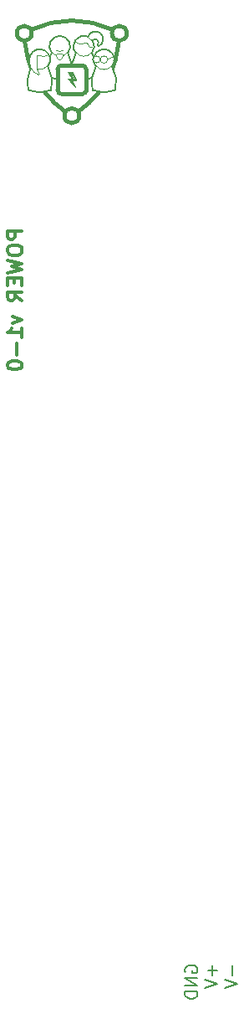
<source format=gbr>
%TF.GenerationSoftware,KiCad,Pcbnew,9.0.1*%
%TF.CreationDate,2025-05-19T14:39:27+10:00*%
%TF.ProjectId,Power,506f7765-722e-46b6-9963-61645f706362,rev?*%
%TF.SameCoordinates,Original*%
%TF.FileFunction,Legend,Bot*%
%TF.FilePolarity,Positive*%
%FSLAX46Y46*%
G04 Gerber Fmt 4.6, Leading zero omitted, Abs format (unit mm)*
G04 Created by KiCad (PCBNEW 9.0.1) date 2025-05-19 14:39:27*
%MOMM*%
%LPD*%
G01*
G04 APERTURE LIST*
%ADD10C,0.300000*%
%ADD11C,0.200000*%
%ADD12C,0.100000*%
%ADD13C,0.400000*%
G04 APERTURE END LIST*
D10*
X102960828Y-63194510D02*
X101460828Y-63194510D01*
X101460828Y-63194510D02*
X101460828Y-63765939D01*
X101460828Y-63765939D02*
X101532257Y-63908796D01*
X101532257Y-63908796D02*
X101603685Y-63980225D01*
X101603685Y-63980225D02*
X101746542Y-64051653D01*
X101746542Y-64051653D02*
X101960828Y-64051653D01*
X101960828Y-64051653D02*
X102103685Y-63980225D01*
X102103685Y-63980225D02*
X102175114Y-63908796D01*
X102175114Y-63908796D02*
X102246542Y-63765939D01*
X102246542Y-63765939D02*
X102246542Y-63194510D01*
X101460828Y-64980225D02*
X101460828Y-65265939D01*
X101460828Y-65265939D02*
X101532257Y-65408796D01*
X101532257Y-65408796D02*
X101675114Y-65551653D01*
X101675114Y-65551653D02*
X101960828Y-65623082D01*
X101960828Y-65623082D02*
X102460828Y-65623082D01*
X102460828Y-65623082D02*
X102746542Y-65551653D01*
X102746542Y-65551653D02*
X102889400Y-65408796D01*
X102889400Y-65408796D02*
X102960828Y-65265939D01*
X102960828Y-65265939D02*
X102960828Y-64980225D01*
X102960828Y-64980225D02*
X102889400Y-64837368D01*
X102889400Y-64837368D02*
X102746542Y-64694510D01*
X102746542Y-64694510D02*
X102460828Y-64623082D01*
X102460828Y-64623082D02*
X101960828Y-64623082D01*
X101960828Y-64623082D02*
X101675114Y-64694510D01*
X101675114Y-64694510D02*
X101532257Y-64837368D01*
X101532257Y-64837368D02*
X101460828Y-64980225D01*
X101460828Y-66123082D02*
X102960828Y-66480225D01*
X102960828Y-66480225D02*
X101889400Y-66765939D01*
X101889400Y-66765939D02*
X102960828Y-67051654D01*
X102960828Y-67051654D02*
X101460828Y-67408797D01*
X102175114Y-67980225D02*
X102175114Y-68480225D01*
X102960828Y-68694511D02*
X102960828Y-67980225D01*
X102960828Y-67980225D02*
X101460828Y-67980225D01*
X101460828Y-67980225D02*
X101460828Y-68694511D01*
X102960828Y-70194511D02*
X102246542Y-69694511D01*
X102960828Y-69337368D02*
X101460828Y-69337368D01*
X101460828Y-69337368D02*
X101460828Y-69908797D01*
X101460828Y-69908797D02*
X101532257Y-70051654D01*
X101532257Y-70051654D02*
X101603685Y-70123083D01*
X101603685Y-70123083D02*
X101746542Y-70194511D01*
X101746542Y-70194511D02*
X101960828Y-70194511D01*
X101960828Y-70194511D02*
X102103685Y-70123083D01*
X102103685Y-70123083D02*
X102175114Y-70051654D01*
X102175114Y-70051654D02*
X102246542Y-69908797D01*
X102246542Y-69908797D02*
X102246542Y-69337368D01*
X101960828Y-71837368D02*
X102960828Y-72194511D01*
X102960828Y-72194511D02*
X101960828Y-72551654D01*
X102960828Y-73908797D02*
X102960828Y-73051654D01*
X102960828Y-73480225D02*
X101460828Y-73480225D01*
X101460828Y-73480225D02*
X101675114Y-73337368D01*
X101675114Y-73337368D02*
X101817971Y-73194511D01*
X101817971Y-73194511D02*
X101889400Y-73051654D01*
X102389400Y-74551653D02*
X102389400Y-75694511D01*
X101460828Y-76694511D02*
X101460828Y-76837368D01*
X101460828Y-76837368D02*
X101532257Y-76980225D01*
X101532257Y-76980225D02*
X101603685Y-77051654D01*
X101603685Y-77051654D02*
X101746542Y-77123082D01*
X101746542Y-77123082D02*
X102032257Y-77194511D01*
X102032257Y-77194511D02*
X102389400Y-77194511D01*
X102389400Y-77194511D02*
X102675114Y-77123082D01*
X102675114Y-77123082D02*
X102817971Y-77051654D01*
X102817971Y-77051654D02*
X102889400Y-76980225D01*
X102889400Y-76980225D02*
X102960828Y-76837368D01*
X102960828Y-76837368D02*
X102960828Y-76694511D01*
X102960828Y-76694511D02*
X102889400Y-76551654D01*
X102889400Y-76551654D02*
X102817971Y-76480225D01*
X102817971Y-76480225D02*
X102675114Y-76408796D01*
X102675114Y-76408796D02*
X102389400Y-76337368D01*
X102389400Y-76337368D02*
X102032257Y-76337368D01*
X102032257Y-76337368D02*
X101746542Y-76408796D01*
X101746542Y-76408796D02*
X101603685Y-76480225D01*
X101603685Y-76480225D02*
X101532257Y-76551654D01*
X101532257Y-76551654D02*
X101460828Y-76694511D01*
D11*
X122253316Y-137483958D02*
X122253316Y-138451578D01*
X122737126Y-137967768D02*
X121769507Y-137967768D01*
X121467126Y-138874911D02*
X122737126Y-139298244D01*
X122737126Y-139298244D02*
X121467126Y-139721578D01*
X124253316Y-137483958D02*
X124253316Y-138451578D01*
X123467126Y-138874911D02*
X124737126Y-139298244D01*
X124737126Y-139298244D02*
X123467126Y-139721578D01*
X119527602Y-138149197D02*
X119467126Y-138028244D01*
X119467126Y-138028244D02*
X119467126Y-137846816D01*
X119467126Y-137846816D02*
X119527602Y-137665387D01*
X119527602Y-137665387D02*
X119648554Y-137544435D01*
X119648554Y-137544435D02*
X119769507Y-137483958D01*
X119769507Y-137483958D02*
X120011411Y-137423482D01*
X120011411Y-137423482D02*
X120192840Y-137423482D01*
X120192840Y-137423482D02*
X120434745Y-137483958D01*
X120434745Y-137483958D02*
X120555697Y-137544435D01*
X120555697Y-137544435D02*
X120676650Y-137665387D01*
X120676650Y-137665387D02*
X120737126Y-137846816D01*
X120737126Y-137846816D02*
X120737126Y-137967768D01*
X120737126Y-137967768D02*
X120676650Y-138149197D01*
X120676650Y-138149197D02*
X120616173Y-138209673D01*
X120616173Y-138209673D02*
X120192840Y-138209673D01*
X120192840Y-138209673D02*
X120192840Y-137967768D01*
X120737126Y-138753958D02*
X119467126Y-138753958D01*
X119467126Y-138753958D02*
X120737126Y-139479673D01*
X120737126Y-139479673D02*
X119467126Y-139479673D01*
X120737126Y-140084434D02*
X119467126Y-140084434D01*
X119467126Y-140084434D02*
X119467126Y-140386815D01*
X119467126Y-140386815D02*
X119527602Y-140568244D01*
X119527602Y-140568244D02*
X119648554Y-140689196D01*
X119648554Y-140689196D02*
X119769507Y-140749673D01*
X119769507Y-140749673D02*
X120011411Y-140810149D01*
X120011411Y-140810149D02*
X120192840Y-140810149D01*
X120192840Y-140810149D02*
X120434745Y-140749673D01*
X120434745Y-140749673D02*
X120555697Y-140689196D01*
X120555697Y-140689196D02*
X120676650Y-140568244D01*
X120676650Y-140568244D02*
X120737126Y-140386815D01*
X120737126Y-140386815D02*
X120737126Y-140084434D01*
D12*
%TO.C,REF\u002A\u002A*%
X111623522Y-45859942D02*
G75*
G02*
X110882432Y-45859942I-370545J0D01*
G01*
X110882432Y-45859942D02*
G75*
G02*
X111623522Y-45859942I370545J0D01*
G01*
X110880466Y-45843914D02*
G75*
G02*
X110171430Y-45843914I-354518J0D01*
G01*
X110171430Y-45843914D02*
G75*
G02*
X110880466Y-45843914I354518J0D01*
G01*
X109629021Y-43593394D02*
G75*
G02*
X110061962Y-43961676I-409576J-920101D01*
G01*
X107120744Y-44930676D02*
G75*
G02*
X106440370Y-44930675I-340186J589222D01*
G01*
X104725607Y-47349617D02*
G75*
G02*
X104440023Y-46319942I1713461J1029675D01*
G01*
X104440023Y-46319942D02*
X104440023Y-45607580D01*
X104440023Y-45607580D02*
G75*
G02*
X104691978Y-45453102I173334J0D01*
G01*
X105676096Y-45355584D02*
G75*
G02*
X104691977Y-45453102I-568206J719683D01*
G01*
X104665667Y-47422363D02*
G75*
G02*
X103849207Y-46687551I500701J1377332D01*
G01*
X105534012Y-46488423D02*
G75*
G02*
X104508428Y-46838416I-786988J628481D01*
G01*
X109491877Y-44161023D02*
G75*
G02*
X109567837Y-44199239I26154J-42614D01*
G01*
X110262897Y-44683082D02*
G75*
G02*
X109567837Y-44199240I-145335J532383D01*
G01*
X107140804Y-45453449D02*
G75*
G02*
X106954329Y-45836780I-804046J154114D01*
G01*
X107049113Y-45294637D02*
G75*
G02*
X107140803Y-45453448I-45984J-132423D01*
G01*
X106512000Y-45294637D02*
G75*
G02*
X107049113Y-45294637I268557J-773380D01*
G01*
X106420310Y-45453449D02*
G75*
G02*
X106511999Y-45294637I137674J26389D01*
G01*
X106606784Y-45836779D02*
G75*
G02*
X106420310Y-45453448I617571J537444D01*
G01*
X106954328Y-45836779D02*
G75*
G02*
X106606786Y-45836779I-173771J151226D01*
G01*
X109491877Y-44161023D02*
G75*
G02*
X108280274Y-44028199I-520171J847524D01*
G01*
X111605729Y-45746499D02*
X112259358Y-45536291D01*
X107567545Y-45141975D02*
G75*
G02*
X107140688Y-45454049I-786988J628480D01*
G01*
X106420425Y-45454050D02*
G75*
G02*
X105993568Y-45141975I360132J940555D01*
G01*
X104725607Y-47349617D02*
G75*
G02*
X104665667Y-47422362I-42857J-25754D01*
G01*
X110006433Y-45141975D02*
G75*
G02*
X108432457Y-45141975I-786988J628480D01*
G01*
X112039965Y-46488423D02*
G75*
G02*
X110465988Y-46488422I-786988J628481D01*
G01*
X107614591Y-47073978D02*
X108118711Y-47073978D01*
X108118711Y-47073978D02*
X108468199Y-47928426D01*
X108468199Y-47928426D02*
X108003657Y-47928426D01*
X108003657Y-47928426D02*
X108340104Y-48641806D01*
X108340104Y-48641806D02*
X107594200Y-47778726D01*
X107594200Y-47778726D02*
X108007606Y-47778725D01*
X108007606Y-47778725D02*
X107614591Y-47073978D01*
X107699724Y-47123978D02*
X108085141Y-47123978D01*
X108085141Y-47123978D02*
X108393727Y-47878426D01*
X108393727Y-47878426D02*
X107924794Y-47878426D01*
X107924794Y-47878426D02*
X108139029Y-48332676D01*
X108139029Y-48332676D02*
X107703497Y-47828725D01*
X107703497Y-47828725D02*
X108092738Y-47828725D01*
X108092738Y-47828725D02*
X107699724Y-47123978D01*
X107784856Y-47173978D02*
X108051572Y-47173978D01*
X108051572Y-47173978D02*
X108319255Y-47828426D01*
X108319255Y-47828426D02*
X108149823Y-47828426D01*
X108149823Y-47828426D02*
X107784856Y-47173978D01*
X107869989Y-47223978D02*
X108018002Y-47223978D01*
X108018002Y-47223978D02*
X108244783Y-47778426D01*
X108244783Y-47778426D02*
X108179188Y-47778426D01*
X108179188Y-47778426D02*
X107869989Y-47223978D01*
X107955122Y-47273978D02*
X107984432Y-47273978D01*
X107984432Y-47273978D02*
X108065081Y-47471156D01*
X108065081Y-47471156D02*
X107955122Y-47273978D01*
X107812794Y-47878725D02*
X107869652Y-47878725D01*
X107869652Y-47878725D02*
X107937954Y-48023546D01*
X107937954Y-48023546D02*
X107812794Y-47878725D01*
D11*
X110091471Y-43915896D02*
G75*
G02*
X110624319Y-44337504I269921J-206384D01*
G01*
X103821324Y-46743351D02*
G75*
G02*
X103779896Y-45433075I1345044J698320D01*
G01*
X108000001Y-46339886D02*
G75*
G02*
X108405304Y-45187830I3227478J-488132D01*
G01*
X108405304Y-45187829D02*
G75*
G02*
X109643031Y-43544925I814141J674334D01*
G01*
X109643029Y-43544925D02*
G75*
G02*
X110746804Y-44490098I748773J-242663D01*
G01*
X110746803Y-44490098D02*
G75*
G02*
X110624320Y-44337505I-45101J89252D01*
G01*
X110091471Y-43915896D02*
G75*
G02*
X110033587Y-45187830I-872026J-597599D01*
G01*
X110033585Y-45187829D02*
G75*
G02*
X110224957Y-45573656I-2822175J-1640189D01*
G01*
X110239907Y-45557882D02*
G75*
G02*
X112067118Y-46534276I1013070J-302060D01*
G01*
X112404290Y-45975961D02*
G75*
G02*
X112119137Y-46627242I-1151313J116019D01*
G01*
X103779897Y-45433073D02*
G75*
G02*
X105561165Y-46534276I967127J-426869D01*
G01*
X105966415Y-45187829D02*
G75*
G02*
X107594698Y-45187831I814142J674334D01*
G01*
X107594697Y-45187829D02*
G75*
G02*
X108000001Y-46339886I-2822175J-1640189D01*
G01*
X105768797Y-45588772D02*
G75*
G02*
X105966416Y-45187830I3019794J-1239246D01*
G01*
X106548500Y-47812601D02*
G75*
G02*
X105971415Y-47720244I232057J3299106D01*
G01*
X105561165Y-46534277D02*
G75*
G02*
X105908057Y-48956707I-2822175J-1640188D01*
G01*
X103585992Y-48956707D02*
G75*
G02*
X103785599Y-46819032I3169067J782242D01*
G01*
X105908057Y-48956707D02*
G75*
G02*
X103585992Y-48956707I-1161033J3096765D01*
G01*
X110028586Y-47720244D02*
G75*
G02*
X109451501Y-47812601I-809141J3206749D01*
G01*
X110438835Y-46534277D02*
G75*
G02*
X110227578Y-46117065I814142J674335D01*
G01*
X110227579Y-46117065D02*
G75*
G02*
X110239905Y-45557880I298369J273151D01*
G01*
X112414010Y-48956707D02*
G75*
G02*
X110091945Y-48956707I-1161033J3096765D01*
G01*
X112067118Y-46534277D02*
G75*
G02*
X112414010Y-48956708I-2822176J-1640188D01*
G01*
X110091945Y-48956707D02*
G75*
G02*
X110438837Y-46534277I3169067J782242D01*
G01*
X103785598Y-46819033D02*
G75*
G02*
X103465426Y-45887310I9028765J3623465D01*
G01*
X112501570Y-45999408D02*
G75*
G02*
X112214404Y-46819033I-9315932J2803840D01*
G01*
X110882155Y-49146345D02*
G75*
G02*
X110773796Y-49283916I-7696517J5950777D01*
G01*
X105226206Y-49283915D02*
G75*
G02*
X105117847Y-49146345I7588157J6088347D01*
G01*
D13*
X113570773Y-43195568D02*
G75*
G02*
X112057953Y-43195568I-756410J0D01*
G01*
X112057953Y-43195568D02*
G75*
G02*
X113570773Y-43195568I756410J0D01*
G01*
X103942048Y-43195568D02*
G75*
G02*
X102429228Y-43195568I-756410J0D01*
G01*
X102429228Y-43195568D02*
G75*
G02*
X103942048Y-43195568I756410J0D01*
G01*
X108756411Y-51534289D02*
G75*
G02*
X107243591Y-51534289I-756410J0D01*
G01*
X107243591Y-51534289D02*
G75*
G02*
X108756411Y-51534289I756410J0D01*
G01*
X109451501Y-48932904D02*
X109451501Y-46844903D01*
X109044001Y-46437403D02*
G75*
G02*
X109451501Y-46844903I0J-407500D01*
G01*
X109044001Y-46437403D02*
X106956000Y-46437403D01*
X106548500Y-46844903D02*
G75*
G02*
X106956000Y-46437403I407500J0D01*
G01*
X106548500Y-46844903D02*
X106548500Y-48932904D01*
X109451501Y-48932904D02*
G75*
G02*
X109044001Y-49340404I-407500J0D01*
G01*
X109044001Y-49340404D02*
X106956000Y-49340404D01*
X106956000Y-49340404D02*
G75*
G02*
X106548500Y-48932904I0J407500D01*
G01*
X103561523Y-45859642D02*
G75*
G02*
X103215349Y-43951395I9252840J2664074D01*
G01*
X103855057Y-42843386D02*
G75*
G02*
X112144943Y-42843385I4144944J-8690903D01*
G01*
X112775834Y-43981124D02*
G75*
G02*
X112404289Y-45975961I-9599014J755827D01*
G01*
X110695798Y-49221334D02*
G75*
G02*
X108639710Y-51130646I-7510160J6025766D01*
G01*
X107360291Y-51130646D02*
G75*
G02*
X105304203Y-49221334I5454072J7935078D01*
G01*
%TD*%
M02*

</source>
